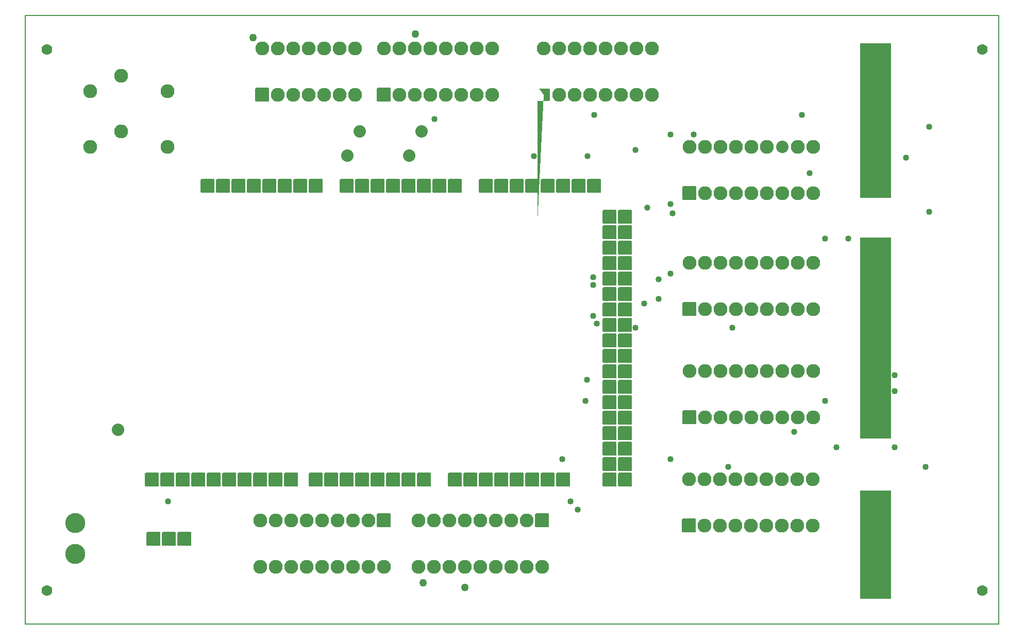
<source format=gbr>
G04 PROTEUS GERBER X2 FILE*
%TF.GenerationSoftware,Labcenter,Proteus,8.13-SP0-Build31525*%
%TF.CreationDate,2024-05-27T21:02:12+00:00*%
%TF.FileFunction,Soldermask,Bot*%
%TF.FilePolarity,Negative*%
%TF.Part,Single*%
%TF.SameCoordinates,{0b308d22-9aa3-4b5f-a824-e55e50807f99}*%
%FSLAX45Y45*%
%MOMM*%
G01*
%TA.AperFunction,Material*%
%ADD29C,1.016000*%
%ADD72C,1.270000*%
%ADD73C,2.032000*%
%AMPPAD024*
4,1,36,
-1.016000,-1.143000,
1.016000,-1.143000,
1.041970,-1.140470,
1.065980,-1.133200,
1.087580,-1.121650,
1.106290,-1.106290,
1.121650,-1.087570,
1.133200,-1.065980,
1.140470,-1.041970,
1.143000,-1.016000,
1.143000,1.016000,
1.140470,1.041970,
1.133200,1.065980,
1.121650,1.087570,
1.106290,1.106290,
1.087580,1.121650,
1.065980,1.133200,
1.041970,1.140470,
1.016000,1.143000,
-1.016000,1.143000,
-1.041970,1.140470,
-1.065980,1.133200,
-1.087580,1.121650,
-1.106290,1.106290,
-1.121650,1.087570,
-1.133200,1.065980,
-1.140470,1.041970,
-1.143000,1.016000,
-1.143000,-1.016000,
-1.140470,-1.041970,
-1.133200,-1.065980,
-1.121650,-1.087570,
-1.106290,-1.106290,
-1.087580,-1.121650,
-1.065980,-1.133200,
-1.041970,-1.140470,
-1.016000,-1.143000,
0*%
%TA.AperFunction,Material*%
%ADD30PPAD024*%
%AMPPAD025*
4,1,36,
-1.016000,1.143000,
1.016000,1.143000,
1.041970,1.140470,
1.065980,1.133200,
1.087580,1.121650,
1.106290,1.106290,
1.121650,1.087570,
1.133200,1.065980,
1.140470,1.041970,
1.143000,1.016000,
1.143000,-1.016000,
1.140470,-1.041970,
1.133200,-1.065980,
1.121650,-1.087570,
1.106290,-1.106290,
1.087580,-1.121650,
1.065980,-1.133200,
1.041970,-1.140470,
1.016000,-1.143000,
-1.016000,-1.143000,
-1.041970,-1.140470,
-1.065980,-1.133200,
-1.087580,-1.121650,
-1.106290,-1.106290,
-1.121650,-1.087570,
-1.133200,-1.065980,
-1.140470,-1.041970,
-1.143000,-1.016000,
-1.143000,1.016000,
-1.140470,1.041970,
-1.133200,1.065980,
-1.121650,1.087570,
-1.106290,1.106290,
-1.087580,1.121650,
-1.065980,1.133200,
-1.041970,1.140470,
-1.016000,1.143000,
0*%
%TA.AperFunction,Material*%
%ADD31PPAD025*%
%ADD32C,2.286000*%
%AMPPAD027*
4,1,36,
-1.143000,1.270000,
1.143000,1.270000,
1.168970,1.267470,
1.192980,1.260200,
1.214580,1.248650,
1.233290,1.233290,
1.248650,1.214570,
1.260200,1.192980,
1.267470,1.168970,
1.270000,1.143000,
1.270000,-1.143000,
1.267470,-1.168970,
1.260200,-1.192980,
1.248650,-1.214570,
1.233290,-1.233290,
1.214580,-1.248650,
1.192980,-1.260200,
1.168970,-1.267470,
1.143000,-1.270000,
-1.143000,-1.270000,
-1.168970,-1.267470,
-1.192980,-1.260200,
-1.214580,-1.248650,
-1.233290,-1.233290,
-1.248650,-1.214570,
-1.260200,-1.192980,
-1.267470,-1.168970,
-1.270000,-1.143000,
-1.270000,1.143000,
-1.267470,1.168970,
-1.260200,1.192980,
-1.248650,1.214570,
-1.233290,1.233290,
-1.214580,1.248650,
-1.192980,1.260200,
-1.168970,1.267470,
-1.143000,1.270000,
0*%
%TA.AperFunction,Material*%
%ADD33PPAD027*%
%AMPPAD028*
4,1,68,
-0.762000,1.016000,
0.762000,1.016000,
0.788400,1.014720,
0.813930,1.010950,
0.838490,1.004800,
0.861960,0.996400,
0.884220,0.985870,
0.905150,0.973300,
0.924650,0.958840,
0.942580,0.942580,
0.958840,0.924640,
0.973300,0.905150,
0.985860,0.884220,
0.996400,0.861960,
1.004800,0.838490,
1.010950,0.813930,
1.014720,0.788400,
1.016000,0.762000,
1.016000,-0.762000,
1.014720,-0.788400,
1.010950,-0.813930,
1.004800,-0.838490,
0.996400,-0.861960,
0.985860,-0.884220,
0.973300,-0.905150,
0.958840,-0.924640,
0.942580,-0.942580,
0.924650,-0.958840,
0.905150,-0.973300,
0.884220,-0.985870,
0.861960,-0.996400,
0.838490,-1.004800,
0.813930,-1.010950,
0.788400,-1.014720,
0.762000,-1.016000,
-0.762000,-1.016000,
-0.788400,-1.014720,
-0.813930,-1.010950,
-0.838490,-1.004800,
-0.861960,-0.996400,
-0.884220,-0.985870,
-0.905150,-0.973300,
-0.924650,-0.958840,
-0.942580,-0.942580,
-0.958840,-0.924640,
-0.973300,-0.905150,
-0.985860,-0.884220,
-0.996400,-0.861960,
-1.004800,-0.838490,
-1.010950,-0.813930,
-1.014720,-0.788400,
-1.016000,-0.762000,
-1.016000,0.762000,
-1.014720,0.788400,
-1.010950,0.813930,
-1.004800,0.838490,
-0.996400,0.861960,
-0.985860,0.884220,
-0.973300,0.905150,
-0.958840,0.924640,
-0.942580,0.942580,
-0.924650,0.958840,
-0.905150,0.973300,
-0.884220,0.985870,
-0.861960,0.996400,
-0.838490,1.004800,
-0.813930,1.010950,
-0.788400,1.014720,
-0.762000,1.016000,
0*%
%TA.AperFunction,Material*%
%ADD34PPAD028*%
%TA.AperFunction,Material*%
%ADD35C,1.778000*%
%TA.AperFunction,Material*%
%ADD36C,3.302000*%
%TA.AperFunction,Profile*%
%ADD23C,0.203200*%
%TD.AperFunction*%
D29*
X+3619500Y-127000D03*
X+2032000Y-127000D03*
X+1333500Y+698500D03*
X+3556000Y-2413000D03*
X+5143500Y-1333500D03*
X+2032000Y+2794000D03*
D72*
X-1460500Y-4318000D03*
X-770000Y-4394200D03*
D29*
X+2603500Y+3048000D03*
X+2984500Y+3048000D03*
X+2603500Y+1905000D03*
X+6286500Y-910000D03*
X+6286500Y-1170000D03*
X+6286500Y-2095500D03*
X+5334000Y-2095500D03*
X+1397000Y-63500D03*
X+2222500Y+1841500D03*
X+2410000Y+670000D03*
X+2410000Y+340000D03*
X+2172970Y+267970D03*
X+5524500Y+1333500D03*
X+5143500Y+1333500D03*
X+4889500Y+2413000D03*
X+6477000Y+2667000D03*
X+6794500Y-2413000D03*
X+4635500Y-1841500D03*
X+1206500Y-1333500D03*
X+1333500Y+63500D03*
X+1333500Y+571500D03*
X+2603500Y+762000D03*
X-1270000Y+3302000D03*
X-5649831Y-2980417D03*
D73*
X-6469585Y-1806598D03*
D72*
X-4254500Y+4635500D03*
X-1587500Y+4699000D03*
D29*
X+6858000Y+3175000D03*
X+6858000Y+1778000D03*
X+4762500Y+3365500D03*
X+1350000Y+3370000D03*
X+1240000Y+2690000D03*
X+357347Y+2690896D03*
X+825500Y-2286000D03*
X+960120Y-2981960D03*
X+1235710Y-986790D03*
X+2603500Y-2286000D03*
X+1082040Y-3116580D03*
X+2642178Y+1751445D03*
D30*
X-5000000Y+2200000D03*
X-4746000Y+2200000D03*
X-4492000Y+2200000D03*
X-4238000Y+2200000D03*
X-3984000Y+2200000D03*
X-3730000Y+2200000D03*
X-3476000Y+2200000D03*
X-3222000Y+2200000D03*
X-2714000Y+2200000D03*
X-2460000Y+2200000D03*
X-2206000Y+2200000D03*
X-1952000Y+2200000D03*
X-1698000Y+2200000D03*
X-1444000Y+2200000D03*
X-1190000Y+2200000D03*
X-936000Y+2200000D03*
X-428000Y+2200000D03*
X-174000Y+2200000D03*
X+80000Y+2200000D03*
X+334000Y+2200000D03*
X+588000Y+2200000D03*
X+842000Y+2200000D03*
X+1096000Y+2200000D03*
X+1350000Y+2200000D03*
X+1604000Y+1692000D03*
X+1604000Y+1438000D03*
X+1604000Y+1184000D03*
X+1604000Y+930000D03*
X+1604000Y+676000D03*
X+1604000Y+422000D03*
X+1604000Y+168000D03*
X+1604000Y-86000D03*
X+1604000Y-340000D03*
X+1604000Y-594000D03*
X+1604000Y-848000D03*
X+1604000Y-1102000D03*
X+1604000Y-1356000D03*
X+1604000Y-1610000D03*
X+1604000Y-1864000D03*
X+1604000Y-2118000D03*
X+1604000Y-2372000D03*
X+1604000Y-2626000D03*
X+1858000Y+1692000D03*
X+1858000Y+1438000D03*
X+1858000Y+1184000D03*
X+1858000Y+930000D03*
X+1858000Y+676000D03*
X+1858000Y+422000D03*
X+1858000Y+168000D03*
X+1858000Y-86000D03*
X+1858000Y-340000D03*
X+1858000Y-594000D03*
X+1858000Y-848000D03*
X+1858000Y-1102000D03*
X+1858000Y-1356000D03*
X+1858000Y-1610000D03*
X+1858000Y-1864000D03*
X+1858000Y-2118000D03*
X+1858000Y-2372000D03*
X+1858000Y-2626000D03*
X+842000Y-2626000D03*
X+588000Y-2626000D03*
X+334000Y-2626000D03*
X+80000Y-2626000D03*
X-174000Y-2626000D03*
X-428000Y-2626000D03*
X-682000Y-2626000D03*
X-936000Y-2626000D03*
X-1444000Y-2626000D03*
X-1698000Y-2626000D03*
X-1952000Y-2626000D03*
X-2206000Y-2626000D03*
X-2460000Y-2626000D03*
X-2714000Y-2626000D03*
X-2968000Y-2626000D03*
X-3222000Y-2626000D03*
X-3628400Y-2626000D03*
X-3882400Y-2626000D03*
X-4136400Y-2626000D03*
X-4390400Y-2626000D03*
X-4644400Y-2626000D03*
X-4898400Y-2626000D03*
X-5152400Y-2626000D03*
X-5406400Y-2626000D03*
X-5660400Y-2626000D03*
X-5914400Y-2626000D03*
D31*
X-2100000Y-3300000D03*
D32*
X-2354000Y-3300000D03*
X-2608000Y-3300000D03*
X-2862000Y-3300000D03*
X-3116000Y-3300000D03*
X-3370000Y-3300000D03*
X-3624000Y-3300000D03*
X-3878000Y-3300000D03*
X-4132000Y-3300000D03*
X-4132000Y-4062000D03*
X-3878000Y-4062000D03*
X-3624000Y-4062000D03*
X-3370000Y-4062000D03*
X-3116000Y-4062000D03*
X-2862000Y-4062000D03*
X-2608000Y-4062000D03*
X-2354000Y-4062000D03*
X-2100000Y-4062000D03*
D31*
X+500000Y-3300000D03*
D32*
X+246000Y-3300000D03*
X-8000Y-3300000D03*
X-262000Y-3300000D03*
X-516000Y-3300000D03*
X-770000Y-3300000D03*
X-1024000Y-3300000D03*
X-1278000Y-3300000D03*
X-1532000Y-3300000D03*
X-1532000Y-4062000D03*
X-1278000Y-4062000D03*
X-1024000Y-4062000D03*
X-770000Y-4062000D03*
X-516000Y-4062000D03*
X-262000Y-4062000D03*
X-8000Y-4062000D03*
X+246000Y-4062000D03*
X+500000Y-4062000D03*
D33*
X+5846000Y-2930000D03*
X+6100000Y-2930000D03*
X+5846000Y-3184000D03*
X+6100000Y-3184000D03*
X+5846000Y-3438000D03*
X+6100000Y-3438000D03*
X+5846000Y-3692000D03*
X+6100000Y-3692000D03*
X+5846000Y-3946000D03*
X+6100000Y-3946000D03*
X+5846000Y-4200000D03*
X+6100000Y-4200000D03*
X+5846000Y-4454000D03*
X+6100000Y-4454000D03*
X+5846000Y+1224000D03*
X+6100000Y+1224000D03*
X+5846000Y+970000D03*
X+6100000Y+970000D03*
X+5846000Y+716000D03*
X+6100000Y+716000D03*
X+5846000Y+462000D03*
X+6100000Y+462000D03*
X+5846000Y+208000D03*
X+6100000Y+208000D03*
X+5846000Y-46000D03*
X+6100000Y-46000D03*
X+5846000Y-300000D03*
X+6100000Y-300000D03*
X+5846000Y-554000D03*
X+6100000Y-554000D03*
X+5846000Y-808000D03*
X+6100000Y-808000D03*
X+5846000Y-1062000D03*
X+6100000Y-1062000D03*
X+5846000Y-1316000D03*
X+6100000Y-1316000D03*
X+5846000Y-1570000D03*
X+6100000Y-1570000D03*
X+5846000Y-1824000D03*
X+6100000Y-1824000D03*
X+5846000Y+4416000D03*
X+6100000Y+4416000D03*
X+5846000Y+4162000D03*
X+6100000Y+4162000D03*
X+5846000Y+3908000D03*
X+6100000Y+3908000D03*
X+5846000Y+3654000D03*
X+6100000Y+3654000D03*
X+5846000Y+3400000D03*
X+6100000Y+3400000D03*
X+5846000Y+3146000D03*
X+6100000Y+3146000D03*
X+5846000Y+2892000D03*
X+6100000Y+2892000D03*
X+5846000Y+2638000D03*
X+6100000Y+2638000D03*
X+5846000Y+2384000D03*
X+6100000Y+2384000D03*
X+5846000Y+2130000D03*
X+6100000Y+2130000D03*
D73*
X-2700000Y+2700000D03*
X-1684000Y+2700000D03*
X-2500000Y+3100000D03*
X-1484000Y+3100000D03*
D31*
X-4100000Y+3700000D03*
D32*
X-3846000Y+3700000D03*
X-3592000Y+3700000D03*
X-3338000Y+3700000D03*
X-3084000Y+3700000D03*
X-2830000Y+3700000D03*
X-2576000Y+3700000D03*
X-2576000Y+4462000D03*
X-2830000Y+4462000D03*
X-3084000Y+4462000D03*
X-3338000Y+4462000D03*
X-3592000Y+4462000D03*
X-3846000Y+4462000D03*
X-4100000Y+4462000D03*
X-5660200Y+2846000D03*
X-6930200Y+2846000D03*
X-6422200Y+3100000D03*
X-5660200Y+3758700D03*
X-6930200Y+3758700D03*
X-6422200Y+4012700D03*
D34*
X+519100Y+3700000D03*
D32*
X+773100Y+3700000D03*
X+1027100Y+3700000D03*
X+1281100Y+3700000D03*
X+1535100Y+3700000D03*
X+1789100Y+3700000D03*
X+2043100Y+3700000D03*
X+2297100Y+3700000D03*
X+2297100Y+4462000D03*
X+2043100Y+4462000D03*
X+1789100Y+4462000D03*
X+1535100Y+4462000D03*
X+1281100Y+4462000D03*
X+1027100Y+4462000D03*
X+773100Y+4462000D03*
X+519100Y+4462000D03*
D31*
X+2911300Y-3384950D03*
D32*
X+3165300Y-3384950D03*
X+3419300Y-3384950D03*
X+3673300Y-3384950D03*
X+3927300Y-3384950D03*
X+4181300Y-3384950D03*
X+4435300Y-3384950D03*
X+4689300Y-3384950D03*
X+4943300Y-3384950D03*
X+4943300Y-2622950D03*
X+4689300Y-2622950D03*
X+4435300Y-2622950D03*
X+4181300Y-2622950D03*
X+3927300Y-2622950D03*
X+3673300Y-2622950D03*
X+3419300Y-2622950D03*
X+3165300Y-2622950D03*
X+2911300Y-2622950D03*
D31*
X+2914300Y-1600000D03*
D32*
X+3168300Y-1600000D03*
X+3422300Y-1600000D03*
X+3676300Y-1600000D03*
X+3930300Y-1600000D03*
X+4184300Y-1600000D03*
X+4438300Y-1600000D03*
X+4692300Y-1600000D03*
X+4946300Y-1600000D03*
X+4946300Y-838000D03*
X+4692300Y-838000D03*
X+4438300Y-838000D03*
X+4184300Y-838000D03*
X+3930300Y-838000D03*
X+3676300Y-838000D03*
X+3422300Y-838000D03*
X+3168300Y-838000D03*
X+2914300Y-838000D03*
D31*
X+2914300Y+177800D03*
D32*
X+3168300Y+177800D03*
X+3422300Y+177800D03*
X+3676300Y+177800D03*
X+3930300Y+177800D03*
X+4184300Y+177800D03*
X+4438300Y+177800D03*
X+4692300Y+177800D03*
X+4946300Y+177800D03*
X+4946300Y+939800D03*
X+4692300Y+939800D03*
X+4438300Y+939800D03*
X+4184300Y+939800D03*
X+3930300Y+939800D03*
X+3676300Y+939800D03*
X+3422300Y+939800D03*
X+3168300Y+939800D03*
X+2914300Y+939800D03*
D31*
X+2915100Y+2081000D03*
D32*
X+3169100Y+2081000D03*
X+3423100Y+2081000D03*
X+3677100Y+2081000D03*
X+3931100Y+2081000D03*
X+4185100Y+2081000D03*
X+4439100Y+2081000D03*
X+4693100Y+2081000D03*
X+4947100Y+2081000D03*
X+4947100Y+2843000D03*
X+4693100Y+2843000D03*
D73*
X+4439100Y+2843000D03*
D32*
X+4185100Y+2843000D03*
X+3931100Y+2843000D03*
X+3677100Y+2843000D03*
X+3423100Y+2843000D03*
X+3169100Y+2843000D03*
X+2915100Y+2843000D03*
D31*
X-5887680Y-3603160D03*
X-5633680Y-3603160D03*
X-5379680Y-3603160D03*
X-2100000Y+3700000D03*
D32*
X-1846000Y+3700000D03*
X-1592000Y+3700000D03*
X-1338000Y+3700000D03*
X-1084000Y+3700000D03*
X-830000Y+3700000D03*
X-576000Y+3700000D03*
X-322000Y+3700000D03*
X-322000Y+4462000D03*
X-576000Y+4462000D03*
X-830000Y+4462000D03*
X-1084000Y+4462000D03*
X-1338000Y+4462000D03*
X-1592000Y+4462000D03*
X-1846000Y+4462000D03*
X-2100000Y+4462000D03*
D35*
X+7724000Y+4445000D03*
X+7724000Y-4445000D03*
X-7643000Y+4445000D03*
X-7643000Y-4445000D03*
D36*
X-7178040Y-3337560D03*
X-7178040Y-3845560D03*
D23*
X-8000000Y-5000000D02*
X+8000000Y-5000000D01*
X+8000000Y+5000000D01*
X-8000000Y+5000000D01*
X-8000000Y-5000000D01*
X+8000000Y-5000000D01*
X+8000000Y+5000000D01*
X-8000000Y+5000000D01*
X-8000000Y-5000000D01*
M02*

</source>
